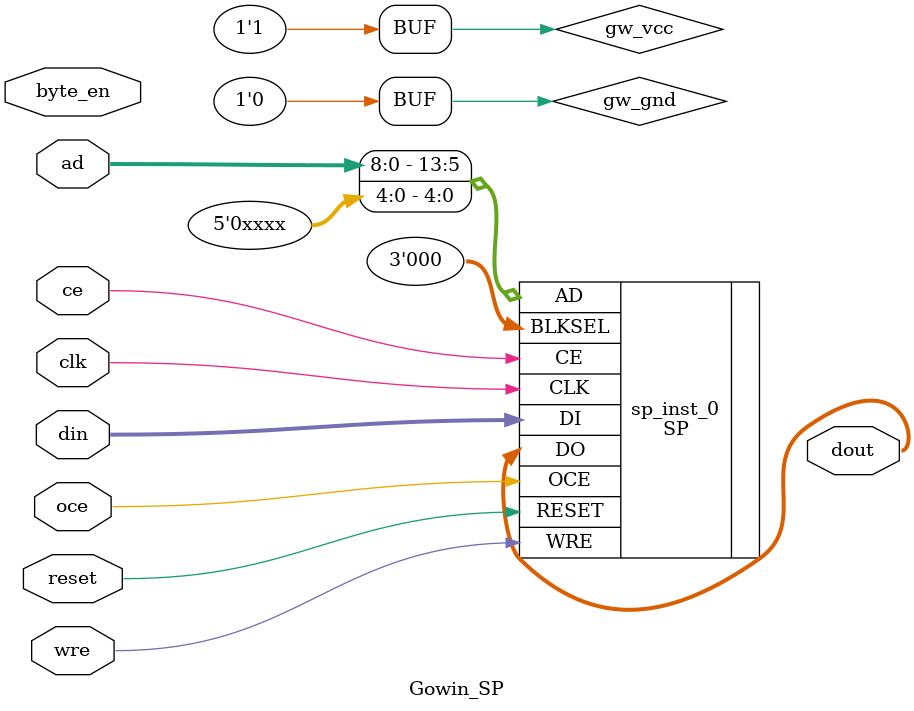
<source format=v>

module Gowin_SP (
    dout,
    clk,
    oce,
    ce,
    reset,
    wre,
    ad,
    din,
    byte_en
);

  output [31:0] dout;
  input clk;
  input oce;
  input ce;
  input reset;
  input wre;
  input [8:0] ad;
  input [31:0] din;
  input [3:0] byte_en;

  wire gw_vcc;
  wire gw_gnd;

  assign gw_vcc = 1'b1;
  assign gw_gnd = 1'b0;

  SP sp_inst_0 (
      .DO(dout[31:0]),
      .CLK(clk),
      .OCE(oce),
      .CE(ce),
      .RESET(reset),
      .WRE(wre),
      .BLKSEL({gw_gnd, gw_gnd, gw_gnd}),
      .AD({ad[8:0], gw_gnd, bt_en[3:0]}),
      .DI(din[31:0])
  );
  defparam sp_inst_0.READ_MODE = 1'b0; defparam sp_inst_0.WRITE_MODE = 2'b00;
      defparam sp_inst_0.BIT_WIDTH = 32; defparam sp_inst_0.BLK_SEL = 3'b000;
      defparam sp_inst_0.RESET_MODE = "SYNC";

endmodule  //Gowin_SP

</source>
